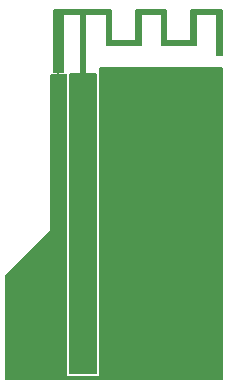
<source format=gbr>
G04 #@! TF.FileFunction,Copper,L1,Top,Signal*
%FSLAX46Y46*%
G04 Gerber Fmt 4.6, Leading zero omitted, Abs format (unit mm)*
G04 Created by KiCad (PCBNEW 4.0.5) date 02/24/17 13:59:19*
%MOMM*%
%LPD*%
G01*
G04 APERTURE LIST*
%ADD10C,0.025400*%
%ADD11R,2.290000X5.080000*%
%ADD12R,2.420000X5.080000*%
%ADD13C,0.970000*%
%ADD14R,0.460000X0.890000*%
%ADD15C,0.304800*%
%ADD16C,0.127000*%
G04 APERTURE END LIST*
D10*
D11*
X6858000Y3372700D03*
D12*
X2478000Y3372700D03*
X11238000Y3372700D03*
D13*
X2478000Y6812700D03*
X11238000Y6812700D03*
D14*
X2478000Y6362700D03*
X11238000Y6362700D03*
D15*
X4762500Y26543000D03*
D16*
X9258300Y31635700D02*
X4381500Y31635700D01*
X13931900Y31635700D02*
X11366500Y31635700D01*
X18605500Y31635700D02*
X16040100Y31635700D01*
X9258300Y31559500D02*
X4381500Y31559500D01*
X13931900Y31559500D02*
X11366500Y31559500D01*
X18605500Y31559500D02*
X16040100Y31559500D01*
X9258300Y31483300D02*
X4381500Y31483300D01*
X13931900Y31483300D02*
X11366500Y31483300D01*
X18605500Y31483300D02*
X16040100Y31483300D01*
X9258300Y31407100D02*
X4381500Y31407100D01*
X13931900Y31407100D02*
X11366500Y31407100D01*
X18605500Y31407100D02*
X16040100Y31407100D01*
X9258300Y31330900D02*
X4381500Y31330900D01*
X13931900Y31330900D02*
X11366500Y31330900D01*
X18605500Y31330900D02*
X16040100Y31330900D01*
X5207000Y31254700D02*
X4381500Y31254700D01*
X7112000Y31254700D02*
X6604000Y31254700D01*
X9258300Y31254700D02*
X8813800Y31254700D01*
X11811000Y31254700D02*
X11366500Y31254700D01*
X13931900Y31254700D02*
X13487400Y31254700D01*
X16484600Y31254700D02*
X16040100Y31254700D01*
X18605500Y31254700D02*
X18161000Y31254700D01*
X5143500Y31178500D02*
X4381500Y31178500D01*
X7048500Y31178500D02*
X6667500Y31178500D01*
X9258300Y31178500D02*
X8877300Y31178500D01*
X11747500Y31178500D02*
X11366500Y31178500D01*
X13931900Y31178500D02*
X13550900Y31178500D01*
X16421100Y31178500D02*
X16040100Y31178500D01*
X18605500Y31178500D02*
X18224500Y31178500D01*
X5143500Y31102300D02*
X4381500Y31102300D01*
X7048500Y31102300D02*
X6667500Y31102300D01*
X9258300Y31102300D02*
X8877300Y31102300D01*
X11747500Y31102300D02*
X11366500Y31102300D01*
X13931900Y31102300D02*
X13550900Y31102300D01*
X16421100Y31102300D02*
X16040100Y31102300D01*
X18605500Y31102300D02*
X18224500Y31102300D01*
X5143500Y31026100D02*
X4381500Y31026100D01*
X7048500Y31026100D02*
X6667500Y31026100D01*
X9258300Y31026100D02*
X8877300Y31026100D01*
X11747500Y31026100D02*
X11366500Y31026100D01*
X13931900Y31026100D02*
X13550900Y31026100D01*
X16421100Y31026100D02*
X16040100Y31026100D01*
X18605500Y31026100D02*
X18224500Y31026100D01*
X5143500Y30949900D02*
X4381500Y30949900D01*
X7048500Y30949900D02*
X6667500Y30949900D01*
X9258300Y30949900D02*
X8877300Y30949900D01*
X11747500Y30949900D02*
X11366500Y30949900D01*
X13931900Y30949900D02*
X13550900Y30949900D01*
X16421100Y30949900D02*
X16040100Y30949900D01*
X18605500Y30949900D02*
X18224500Y30949900D01*
X5143500Y30873700D02*
X4381500Y30873700D01*
X7048500Y30873700D02*
X6667500Y30873700D01*
X9258300Y30873700D02*
X8877300Y30873700D01*
X11747500Y30873700D02*
X11366500Y30873700D01*
X13931900Y30873700D02*
X13550900Y30873700D01*
X16421100Y30873700D02*
X16040100Y30873700D01*
X18605500Y30873700D02*
X18224500Y30873700D01*
X5143500Y30797500D02*
X4381500Y30797500D01*
X7048500Y30797500D02*
X6667500Y30797500D01*
X9258300Y30797500D02*
X8877300Y30797500D01*
X11747500Y30797500D02*
X11366500Y30797500D01*
X13931900Y30797500D02*
X13550900Y30797500D01*
X16421100Y30797500D02*
X16040100Y30797500D01*
X18605500Y30797500D02*
X18224500Y30797500D01*
X5143500Y30721300D02*
X4381500Y30721300D01*
X7048500Y30721300D02*
X6667500Y30721300D01*
X9258300Y30721300D02*
X8877300Y30721300D01*
X11747500Y30721300D02*
X11366500Y30721300D01*
X13931900Y30721300D02*
X13550900Y30721300D01*
X16421100Y30721300D02*
X16040100Y30721300D01*
X18605500Y30721300D02*
X18224500Y30721300D01*
X5143500Y30645100D02*
X4381500Y30645100D01*
X7048500Y30645100D02*
X6667500Y30645100D01*
X9258300Y30645100D02*
X8877300Y30645100D01*
X11747500Y30645100D02*
X11366500Y30645100D01*
X13931900Y30645100D02*
X13550900Y30645100D01*
X16421100Y30645100D02*
X16040100Y30645100D01*
X18605500Y30645100D02*
X18224500Y30645100D01*
X5143500Y30568900D02*
X4381500Y30568900D01*
X7048500Y30568900D02*
X6667500Y30568900D01*
X9258300Y30568900D02*
X8877300Y30568900D01*
X11747500Y30568900D02*
X11366500Y30568900D01*
X13931900Y30568900D02*
X13550900Y30568900D01*
X16421100Y30568900D02*
X16040100Y30568900D01*
X18605500Y30568900D02*
X18224500Y30568900D01*
X5143500Y30492700D02*
X4381500Y30492700D01*
X7048500Y30492700D02*
X6667500Y30492700D01*
X9258300Y30492700D02*
X8877300Y30492700D01*
X11747500Y30492700D02*
X11366500Y30492700D01*
X13931900Y30492700D02*
X13550900Y30492700D01*
X16421100Y30492700D02*
X16040100Y30492700D01*
X18605500Y30492700D02*
X18224500Y30492700D01*
X5143500Y30416500D02*
X4381500Y30416500D01*
X7048500Y30416500D02*
X6667500Y30416500D01*
X9258300Y30416500D02*
X8877300Y30416500D01*
X11747500Y30416500D02*
X11366500Y30416500D01*
X13931900Y30416500D02*
X13550900Y30416500D01*
X16421100Y30416500D02*
X16040100Y30416500D01*
X18605500Y30416500D02*
X18224500Y30416500D01*
X5143500Y30340300D02*
X4381500Y30340300D01*
X7048500Y30340300D02*
X6667500Y30340300D01*
X9258300Y30340300D02*
X8877300Y30340300D01*
X11747500Y30340300D02*
X11366500Y30340300D01*
X13931900Y30340300D02*
X13550900Y30340300D01*
X16421100Y30340300D02*
X16040100Y30340300D01*
X18605500Y30340300D02*
X18224500Y30340300D01*
X5143500Y30264100D02*
X4381500Y30264100D01*
X7048500Y30264100D02*
X6667500Y30264100D01*
X9258300Y30264100D02*
X8877300Y30264100D01*
X11747500Y30264100D02*
X11366500Y30264100D01*
X13931900Y30264100D02*
X13550900Y30264100D01*
X16421100Y30264100D02*
X16040100Y30264100D01*
X18605500Y30264100D02*
X18224500Y30264100D01*
X5143500Y30187900D02*
X4381500Y30187900D01*
X7048500Y30187900D02*
X6667500Y30187900D01*
X9258300Y30187900D02*
X8877300Y30187900D01*
X11747500Y30187900D02*
X11366500Y30187900D01*
X13931900Y30187900D02*
X13550900Y30187900D01*
X16421100Y30187900D02*
X16040100Y30187900D01*
X18605500Y30187900D02*
X18224500Y30187900D01*
X5143500Y30111700D02*
X4381500Y30111700D01*
X7048500Y30111700D02*
X6667500Y30111700D01*
X9258300Y30111700D02*
X8877300Y30111700D01*
X11747500Y30111700D02*
X11366500Y30111700D01*
X13931900Y30111700D02*
X13550900Y30111700D01*
X16421100Y30111700D02*
X16040100Y30111700D01*
X18605500Y30111700D02*
X18224500Y30111700D01*
X5143500Y30035500D02*
X4381500Y30035500D01*
X7048500Y30035500D02*
X6667500Y30035500D01*
X9258300Y30035500D02*
X8877300Y30035500D01*
X11747500Y30035500D02*
X11366500Y30035500D01*
X13931900Y30035500D02*
X13550900Y30035500D01*
X16421100Y30035500D02*
X16040100Y30035500D01*
X18605500Y30035500D02*
X18224500Y30035500D01*
X5143500Y29959300D02*
X4381500Y29959300D01*
X7048500Y29959300D02*
X6667500Y29959300D01*
X9258300Y29959300D02*
X8877300Y29959300D01*
X11747500Y29959300D02*
X11366500Y29959300D01*
X13931900Y29959300D02*
X13550900Y29959300D01*
X16421100Y29959300D02*
X16040100Y29959300D01*
X18605500Y29959300D02*
X18224500Y29959300D01*
X5143500Y29883100D02*
X4381500Y29883100D01*
X7048500Y29883100D02*
X6667500Y29883100D01*
X9258300Y29883100D02*
X8877300Y29883100D01*
X11747500Y29883100D02*
X11366500Y29883100D01*
X13931900Y29883100D02*
X13550900Y29883100D01*
X16421100Y29883100D02*
X16040100Y29883100D01*
X18605500Y29883100D02*
X18224500Y29883100D01*
X5143500Y29806900D02*
X4381500Y29806900D01*
X7048500Y29806900D02*
X6667500Y29806900D01*
X9258300Y29806900D02*
X8877300Y29806900D01*
X11747500Y29806900D02*
X11366500Y29806900D01*
X13931900Y29806900D02*
X13550900Y29806900D01*
X16421100Y29806900D02*
X16040100Y29806900D01*
X18605500Y29806900D02*
X18224500Y29806900D01*
X5143500Y29730700D02*
X4381500Y29730700D01*
X7048500Y29730700D02*
X6667500Y29730700D01*
X9258300Y29730700D02*
X8877300Y29730700D01*
X11747500Y29730700D02*
X11366500Y29730700D01*
X13931900Y29730700D02*
X13550900Y29730700D01*
X16421100Y29730700D02*
X16040100Y29730700D01*
X18605500Y29730700D02*
X18224500Y29730700D01*
X5143500Y29654500D02*
X4381500Y29654500D01*
X7048500Y29654500D02*
X6667500Y29654500D01*
X9258300Y29654500D02*
X8877300Y29654500D01*
X11747500Y29654500D02*
X11366500Y29654500D01*
X13931900Y29654500D02*
X13550900Y29654500D01*
X16421100Y29654500D02*
X16040100Y29654500D01*
X18605500Y29654500D02*
X18224500Y29654500D01*
X5143500Y29578300D02*
X4381500Y29578300D01*
X7048500Y29578300D02*
X6667500Y29578300D01*
X9258300Y29578300D02*
X8877300Y29578300D01*
X11747500Y29578300D02*
X11366500Y29578300D01*
X13931900Y29578300D02*
X13550900Y29578300D01*
X16421100Y29578300D02*
X16040100Y29578300D01*
X18605500Y29578300D02*
X18224500Y29578300D01*
X5143500Y29502100D02*
X4381500Y29502100D01*
X7048500Y29502100D02*
X6667500Y29502100D01*
X9258300Y29502100D02*
X8877300Y29502100D01*
X11747500Y29502100D02*
X11366500Y29502100D01*
X13931900Y29502100D02*
X13550900Y29502100D01*
X16421100Y29502100D02*
X16040100Y29502100D01*
X18605500Y29502100D02*
X18224500Y29502100D01*
X5143500Y29425900D02*
X4381500Y29425900D01*
X7048500Y29425900D02*
X6667500Y29425900D01*
X9258300Y29425900D02*
X8877300Y29425900D01*
X11747500Y29425900D02*
X11366500Y29425900D01*
X13931900Y29425900D02*
X13550900Y29425900D01*
X16421100Y29425900D02*
X16040100Y29425900D01*
X18605500Y29425900D02*
X18224500Y29425900D01*
X5143500Y29349700D02*
X4381500Y29349700D01*
X7048500Y29349700D02*
X6667500Y29349700D01*
X9258300Y29349700D02*
X8877300Y29349700D01*
X11747500Y29349700D02*
X11366500Y29349700D01*
X13931900Y29349700D02*
X13550900Y29349700D01*
X16421100Y29349700D02*
X16040100Y29349700D01*
X18605500Y29349700D02*
X18224500Y29349700D01*
X5143500Y29273500D02*
X4381500Y29273500D01*
X7048500Y29273500D02*
X6667500Y29273500D01*
X9258300Y29273500D02*
X8877300Y29273500D01*
X11747500Y29273500D02*
X11366500Y29273500D01*
X13931900Y29273500D02*
X13550900Y29273500D01*
X16421100Y29273500D02*
X16040100Y29273500D01*
X18605500Y29273500D02*
X18224500Y29273500D01*
X5143500Y29197300D02*
X4381500Y29197300D01*
X7048500Y29197300D02*
X6667500Y29197300D01*
X9258300Y29197300D02*
X8877300Y29197300D01*
X11747500Y29197300D02*
X11366500Y29197300D01*
X13931900Y29197300D02*
X13550900Y29197300D01*
X16421100Y29197300D02*
X16040100Y29197300D01*
X18605500Y29197300D02*
X18224500Y29197300D01*
X5143500Y29121100D02*
X4381500Y29121100D01*
X7048500Y29121100D02*
X6667500Y29121100D01*
X9258300Y29121100D02*
X8877300Y29121100D01*
X11747500Y29121100D02*
X11366500Y29121100D01*
X13931900Y29121100D02*
X13550900Y29121100D01*
X16421100Y29121100D02*
X16040100Y29121100D01*
X18605500Y29121100D02*
X18224500Y29121100D01*
X5143500Y29044900D02*
X4381500Y29044900D01*
X7048500Y29044900D02*
X6667500Y29044900D01*
X9260871Y29044900D02*
X8877300Y29044900D01*
X11747500Y29044900D02*
X11364110Y29044900D01*
X13934471Y29044900D02*
X13550900Y29044900D01*
X16421100Y29044900D02*
X16037710Y29044900D01*
X18605500Y29044900D02*
X18224500Y29044900D01*
X5143500Y28968700D02*
X4381500Y28968700D01*
X7048500Y28968700D02*
X6667500Y28968700D01*
X11747500Y28968700D02*
X8877300Y28968700D01*
X16421100Y28968700D02*
X13550900Y28968700D01*
X18605500Y28968700D02*
X18224500Y28968700D01*
X5143500Y28892500D02*
X4381500Y28892500D01*
X7048500Y28892500D02*
X6667500Y28892500D01*
X11747500Y28892500D02*
X8877300Y28892500D01*
X16421100Y28892500D02*
X13550900Y28892500D01*
X18605500Y28892500D02*
X18224500Y28892500D01*
X5143500Y28816300D02*
X4381500Y28816300D01*
X7048500Y28816300D02*
X6667500Y28816300D01*
X11747500Y28816300D02*
X8877300Y28816300D01*
X16421100Y28816300D02*
X13550900Y28816300D01*
X18605500Y28816300D02*
X18224500Y28816300D01*
X5143500Y28740100D02*
X4381500Y28740100D01*
X7048500Y28740100D02*
X6667500Y28740100D01*
X11747500Y28740100D02*
X8877300Y28740100D01*
X16421100Y28740100D02*
X13550900Y28740100D01*
X18605500Y28740100D02*
X18224500Y28740100D01*
X5143500Y28663900D02*
X4381500Y28663900D01*
X7048500Y28663900D02*
X6667500Y28663900D01*
X11747500Y28663900D02*
X8877300Y28663900D01*
X16421100Y28663900D02*
X13550900Y28663900D01*
X18605500Y28663900D02*
X18224500Y28663900D01*
X5143500Y28587700D02*
X4381500Y28587700D01*
X7048500Y28587700D02*
X6667500Y28587700D01*
X18605500Y28587700D02*
X18224500Y28587700D01*
X5143500Y28511500D02*
X4381500Y28511500D01*
X7048500Y28511500D02*
X6667500Y28511500D01*
X18605500Y28511500D02*
X18224500Y28511500D01*
X5143500Y28435300D02*
X4381500Y28435300D01*
X7048500Y28435300D02*
X6667500Y28435300D01*
X18605500Y28435300D02*
X18224500Y28435300D01*
X5143500Y28359100D02*
X4381500Y28359100D01*
X7048500Y28359100D02*
X6667500Y28359100D01*
X18605500Y28359100D02*
X18224500Y28359100D01*
X5143500Y28282900D02*
X4381500Y28282900D01*
X7048500Y28282900D02*
X6667500Y28282900D01*
X18605500Y28282900D02*
X18224500Y28282900D01*
X5143500Y28206700D02*
X4381500Y28206700D01*
X7048500Y28206700D02*
X6667500Y28206700D01*
X18605500Y28206700D02*
X18224500Y28206700D01*
X5143500Y28130500D02*
X4381500Y28130500D01*
X7048500Y28130500D02*
X6667500Y28130500D01*
X18605500Y28130500D02*
X18224500Y28130500D01*
X5143500Y28054300D02*
X4381500Y28054300D01*
X7048500Y28054300D02*
X6667500Y28054300D01*
X18605500Y28054300D02*
X18224500Y28054300D01*
X5143500Y27978100D02*
X4381500Y27978100D01*
X7048500Y27978100D02*
X6667500Y27978100D01*
X18605500Y27978100D02*
X18224500Y27978100D01*
X5143500Y27901900D02*
X4381500Y27901900D01*
X7048500Y27901900D02*
X6667500Y27901900D01*
X18605500Y27901900D02*
X18224500Y27901900D01*
X5143500Y27825700D02*
X4381500Y27825700D01*
X7048500Y27825700D02*
X6667500Y27825700D01*
X5143500Y27749500D02*
X4381500Y27749500D01*
X7048500Y27749500D02*
X6667500Y27749500D01*
X5143500Y27673300D02*
X4381500Y27673300D01*
X7048500Y27673300D02*
X6667500Y27673300D01*
X5143500Y27597100D02*
X4381500Y27597100D01*
X7048500Y27597100D02*
X6667500Y27597100D01*
X5143500Y27520900D02*
X4381500Y27520900D01*
X7048500Y27520900D02*
X6667500Y27520900D01*
X5143500Y27444700D02*
X4381500Y27444700D01*
X7048500Y27444700D02*
X6667500Y27444700D01*
X5143500Y27368500D02*
X4381500Y27368500D01*
X7048500Y27368500D02*
X6667500Y27368500D01*
X5143500Y27292300D02*
X4381500Y27292300D01*
X7048500Y27292300D02*
X6667500Y27292300D01*
X5143500Y27216100D02*
X4381500Y27216100D01*
X7048500Y27216100D02*
X6667500Y27216100D01*
X5143500Y27139900D02*
X4381500Y27139900D01*
X7048500Y27139900D02*
X6667500Y27139900D01*
X5143500Y27063700D02*
X4381500Y27063700D01*
X7048500Y27063700D02*
X6667500Y27063700D01*
X5143500Y26987500D02*
X4381500Y26987500D01*
X7048500Y26987500D02*
X6667500Y26987500D01*
X5143500Y26911300D02*
X4381500Y26911300D01*
X7048500Y26911300D02*
X6667500Y26911300D01*
X5143500Y26835100D02*
X4381500Y26835100D01*
X7048500Y26835100D02*
X6667500Y26835100D01*
X5143500Y26758900D02*
X4381500Y26758900D01*
X7048500Y26758900D02*
X6667500Y26758900D01*
X5143500Y26682700D02*
X4381500Y26682700D01*
X7048500Y26682700D02*
X6667500Y26682700D01*
X18608040Y26682700D02*
X8318500Y26682700D01*
X5143500Y26606500D02*
X4381500Y26606500D01*
X7048500Y26606500D02*
X6667500Y26606500D01*
X18608040Y26606500D02*
X8318500Y26606500D01*
X5143500Y26530300D02*
X4381500Y26530300D01*
X7048500Y26530300D02*
X6667500Y26530300D01*
X18608040Y26530300D02*
X8318500Y26530300D01*
X5143500Y26454100D02*
X4381500Y26454100D01*
X7048500Y26454100D02*
X6667500Y26454100D01*
X18608040Y26454100D02*
X8318500Y26454100D01*
X5143500Y26377900D02*
X4381500Y26377900D01*
X7048500Y26377900D02*
X6667500Y26377900D01*
X18608040Y26377900D02*
X8318500Y26377900D01*
X4777590Y26301700D02*
X4747229Y26301700D01*
X7048500Y26301700D02*
X6667500Y26301700D01*
X18608040Y26301700D02*
X8318500Y26301700D01*
X4775200Y26225500D02*
X4749800Y26225500D01*
X7937500Y26225500D02*
X5778500Y26225500D01*
X18608040Y26225500D02*
X8318500Y26225500D01*
X4777771Y26149300D02*
X4747410Y26149300D01*
X5397500Y26149300D02*
X5395110Y26149300D01*
X7937500Y26149300D02*
X5778500Y26149300D01*
X18608040Y26149300D02*
X8318500Y26149300D01*
X5397500Y26073100D02*
X4177500Y26073100D01*
X7937500Y26073100D02*
X5778500Y26073100D01*
X18608040Y26073100D02*
X8318500Y26073100D01*
X5397500Y25996900D02*
X4177500Y25996900D01*
X7937500Y25996900D02*
X5778500Y25996900D01*
X18608040Y25996900D02*
X8318500Y25996900D01*
X5397500Y25920700D02*
X4177500Y25920700D01*
X7937500Y25920700D02*
X5778500Y25920700D01*
X18608040Y25920700D02*
X8318500Y25920700D01*
X5397500Y25844500D02*
X4177500Y25844500D01*
X7937500Y25844500D02*
X5778500Y25844500D01*
X18608040Y25844500D02*
X8318500Y25844500D01*
X5397500Y25768300D02*
X4177500Y25768300D01*
X7937500Y25768300D02*
X5778500Y25768300D01*
X18608040Y25768300D02*
X8318500Y25768300D01*
X5397500Y25692100D02*
X4177500Y25692100D01*
X7937500Y25692100D02*
X5778500Y25692100D01*
X18608040Y25692100D02*
X8318500Y25692100D01*
X5397500Y25615900D02*
X4177500Y25615900D01*
X7937500Y25615900D02*
X5778500Y25615900D01*
X18608040Y25615900D02*
X8318500Y25615900D01*
X5397500Y25539700D02*
X4177500Y25539700D01*
X7937500Y25539700D02*
X5778500Y25539700D01*
X18608040Y25539700D02*
X8318500Y25539700D01*
X5397500Y25463500D02*
X4177500Y25463500D01*
X7937500Y25463500D02*
X5778500Y25463500D01*
X18608040Y25463500D02*
X8318500Y25463500D01*
X5397500Y25387300D02*
X4177500Y25387300D01*
X7937500Y25387300D02*
X5778500Y25387300D01*
X18608040Y25387300D02*
X8318500Y25387300D01*
X5397500Y25311100D02*
X4177500Y25311100D01*
X7937500Y25311100D02*
X5778500Y25311100D01*
X18608040Y25311100D02*
X8318500Y25311100D01*
X5397500Y25234900D02*
X4177500Y25234900D01*
X7937500Y25234900D02*
X5778500Y25234900D01*
X18608040Y25234900D02*
X8318500Y25234900D01*
X5397500Y25158700D02*
X4177500Y25158700D01*
X7937500Y25158700D02*
X5778500Y25158700D01*
X18608040Y25158700D02*
X8318500Y25158700D01*
X5397500Y25082500D02*
X4177500Y25082500D01*
X7937500Y25082500D02*
X5778500Y25082500D01*
X18608040Y25082500D02*
X8318500Y25082500D01*
X5397500Y25006300D02*
X4177500Y25006300D01*
X7937500Y25006300D02*
X5778500Y25006300D01*
X18608040Y25006300D02*
X8318500Y25006300D01*
X5397500Y24930100D02*
X4177500Y24930100D01*
X7937500Y24930100D02*
X5778500Y24930100D01*
X18608040Y24930100D02*
X8318500Y24930100D01*
X5397500Y24853900D02*
X4177500Y24853900D01*
X7937500Y24853900D02*
X5778500Y24853900D01*
X18608040Y24853900D02*
X8318500Y24853900D01*
X5397500Y24777700D02*
X4177500Y24777700D01*
X7937500Y24777700D02*
X5778500Y24777700D01*
X18608040Y24777700D02*
X8318500Y24777700D01*
X5397500Y24701500D02*
X4177500Y24701500D01*
X7937500Y24701500D02*
X5778500Y24701500D01*
X18608040Y24701500D02*
X8318500Y24701500D01*
X5397500Y24625300D02*
X4177500Y24625300D01*
X7937500Y24625300D02*
X5778500Y24625300D01*
X18608040Y24625300D02*
X8318500Y24625300D01*
X5397500Y24549100D02*
X4177500Y24549100D01*
X7937500Y24549100D02*
X5778500Y24549100D01*
X18608040Y24549100D02*
X8318500Y24549100D01*
X5397500Y24472900D02*
X4177500Y24472900D01*
X7937500Y24472900D02*
X5778500Y24472900D01*
X18608040Y24472900D02*
X8318500Y24472900D01*
X5397500Y24396700D02*
X4177500Y24396700D01*
X7937500Y24396700D02*
X5778500Y24396700D01*
X18608040Y24396700D02*
X8318500Y24396700D01*
X5397500Y24320500D02*
X4177500Y24320500D01*
X7937500Y24320500D02*
X5778500Y24320500D01*
X18608040Y24320500D02*
X8318500Y24320500D01*
X5397500Y24244300D02*
X4177500Y24244300D01*
X7937500Y24244300D02*
X5778500Y24244300D01*
X18608040Y24244300D02*
X8318500Y24244300D01*
X5397500Y24168100D02*
X4177500Y24168100D01*
X7937500Y24168100D02*
X5778500Y24168100D01*
X18608040Y24168100D02*
X8318500Y24168100D01*
X5397500Y24091900D02*
X4177500Y24091900D01*
X7937500Y24091900D02*
X5778500Y24091900D01*
X18608040Y24091900D02*
X8318500Y24091900D01*
X5397500Y24015700D02*
X4177500Y24015700D01*
X7937500Y24015700D02*
X5778500Y24015700D01*
X18608040Y24015700D02*
X8318500Y24015700D01*
X5397500Y23939500D02*
X4177500Y23939500D01*
X7937500Y23939500D02*
X5778500Y23939500D01*
X18608040Y23939500D02*
X8318500Y23939500D01*
X5397500Y23863300D02*
X4177500Y23863300D01*
X7937500Y23863300D02*
X5778500Y23863300D01*
X18608040Y23863300D02*
X8318500Y23863300D01*
X5397500Y23787100D02*
X4177500Y23787100D01*
X7937500Y23787100D02*
X5778500Y23787100D01*
X18608040Y23787100D02*
X8318500Y23787100D01*
X5397500Y23710900D02*
X4177500Y23710900D01*
X7937500Y23710900D02*
X5778500Y23710900D01*
X18608040Y23710900D02*
X8318500Y23710900D01*
X5397500Y23634700D02*
X4177500Y23634700D01*
X7937500Y23634700D02*
X5778500Y23634700D01*
X18608040Y23634700D02*
X8318500Y23634700D01*
X5397500Y23558500D02*
X4177500Y23558500D01*
X7937500Y23558500D02*
X5778500Y23558500D01*
X18608040Y23558500D02*
X8318500Y23558500D01*
X5397500Y23482300D02*
X4177500Y23482300D01*
X7937500Y23482300D02*
X5778500Y23482300D01*
X18608040Y23482300D02*
X8318500Y23482300D01*
X5397500Y23406100D02*
X4177500Y23406100D01*
X7937500Y23406100D02*
X5778500Y23406100D01*
X18608040Y23406100D02*
X8318500Y23406100D01*
X5397500Y23329900D02*
X4177500Y23329900D01*
X7937500Y23329900D02*
X5778500Y23329900D01*
X18608040Y23329900D02*
X8318500Y23329900D01*
X5397500Y23253700D02*
X4177500Y23253700D01*
X7937500Y23253700D02*
X5778500Y23253700D01*
X18608040Y23253700D02*
X8318500Y23253700D01*
X5397500Y23177500D02*
X4177500Y23177500D01*
X7937500Y23177500D02*
X5778500Y23177500D01*
X18608040Y23177500D02*
X8318500Y23177500D01*
X5397500Y23101300D02*
X4177500Y23101300D01*
X7937500Y23101300D02*
X5778500Y23101300D01*
X18608040Y23101300D02*
X8318500Y23101300D01*
X5397500Y23025100D02*
X4177500Y23025100D01*
X7937500Y23025100D02*
X5778500Y23025100D01*
X18608040Y23025100D02*
X8318500Y23025100D01*
X5397500Y22948900D02*
X4177500Y22948900D01*
X7937500Y22948900D02*
X5778500Y22948900D01*
X18608040Y22948900D02*
X8318500Y22948900D01*
X5397500Y22872700D02*
X4177500Y22872700D01*
X7937500Y22872700D02*
X5778500Y22872700D01*
X18608040Y22872700D02*
X8318500Y22872700D01*
X5397500Y22796500D02*
X4177500Y22796500D01*
X7937500Y22796500D02*
X5778500Y22796500D01*
X18608040Y22796500D02*
X8318500Y22796500D01*
X5397500Y22720300D02*
X4177500Y22720300D01*
X7937500Y22720300D02*
X5778500Y22720300D01*
X18608040Y22720300D02*
X8318500Y22720300D01*
X5397500Y22644100D02*
X4177500Y22644100D01*
X7937500Y22644100D02*
X5778500Y22644100D01*
X18608040Y22644100D02*
X8318500Y22644100D01*
X5397500Y22567900D02*
X4177500Y22567900D01*
X7937500Y22567900D02*
X5778500Y22567900D01*
X18608040Y22567900D02*
X8318500Y22567900D01*
X5397500Y22491700D02*
X4177500Y22491700D01*
X7937500Y22491700D02*
X5778500Y22491700D01*
X18608040Y22491700D02*
X8318500Y22491700D01*
X5397500Y22415500D02*
X4177500Y22415500D01*
X7937500Y22415500D02*
X5778500Y22415500D01*
X18608040Y22415500D02*
X8318500Y22415500D01*
X5397500Y22339300D02*
X4177500Y22339300D01*
X7937500Y22339300D02*
X5778500Y22339300D01*
X18608040Y22339300D02*
X8318500Y22339300D01*
X5397500Y22263100D02*
X4177500Y22263100D01*
X7937500Y22263100D02*
X5778500Y22263100D01*
X18608040Y22263100D02*
X8318500Y22263100D01*
X5397500Y22186900D02*
X4177500Y22186900D01*
X7937500Y22186900D02*
X5778500Y22186900D01*
X18608040Y22186900D02*
X8318500Y22186900D01*
X5397500Y22110700D02*
X4177500Y22110700D01*
X7937500Y22110700D02*
X5778500Y22110700D01*
X18608040Y22110700D02*
X8318500Y22110700D01*
X5397500Y22034500D02*
X4177500Y22034500D01*
X7937500Y22034500D02*
X5778500Y22034500D01*
X18608040Y22034500D02*
X8318500Y22034500D01*
X5397500Y21958300D02*
X4177500Y21958300D01*
X7937500Y21958300D02*
X5778500Y21958300D01*
X18608040Y21958300D02*
X8318500Y21958300D01*
X5397500Y21882100D02*
X4177500Y21882100D01*
X7937500Y21882100D02*
X5778500Y21882100D01*
X18608040Y21882100D02*
X8318500Y21882100D01*
X5397500Y21805900D02*
X4177500Y21805900D01*
X7937500Y21805900D02*
X5778500Y21805900D01*
X18608040Y21805900D02*
X8318500Y21805900D01*
X5397500Y21729700D02*
X4177500Y21729700D01*
X7937500Y21729700D02*
X5778500Y21729700D01*
X18608040Y21729700D02*
X8318500Y21729700D01*
X5397500Y21653500D02*
X4177500Y21653500D01*
X7937500Y21653500D02*
X5778500Y21653500D01*
X18608040Y21653500D02*
X8318500Y21653500D01*
X5397500Y21577300D02*
X4177500Y21577300D01*
X7937500Y21577300D02*
X5778500Y21577300D01*
X18608040Y21577300D02*
X8318500Y21577300D01*
X5397500Y21501100D02*
X4177500Y21501100D01*
X7937500Y21501100D02*
X5778500Y21501100D01*
X18608040Y21501100D02*
X8318500Y21501100D01*
X5397500Y21424900D02*
X4177500Y21424900D01*
X7937500Y21424900D02*
X5778500Y21424900D01*
X18608040Y21424900D02*
X8318500Y21424900D01*
X5397500Y21348700D02*
X4177500Y21348700D01*
X7937500Y21348700D02*
X5778500Y21348700D01*
X18608040Y21348700D02*
X8318500Y21348700D01*
X5397500Y21272500D02*
X4177500Y21272500D01*
X7937500Y21272500D02*
X5778500Y21272500D01*
X18608040Y21272500D02*
X8318500Y21272500D01*
X5397500Y21196300D02*
X4177500Y21196300D01*
X7937500Y21196300D02*
X5778500Y21196300D01*
X18608040Y21196300D02*
X8318500Y21196300D01*
X5397500Y21120100D02*
X4177500Y21120100D01*
X7937500Y21120100D02*
X5778500Y21120100D01*
X18608040Y21120100D02*
X8318500Y21120100D01*
X5397500Y21043900D02*
X4177500Y21043900D01*
X7937500Y21043900D02*
X5778500Y21043900D01*
X18608040Y21043900D02*
X8318500Y21043900D01*
X5397500Y20967700D02*
X4177500Y20967700D01*
X7937500Y20967700D02*
X5778500Y20967700D01*
X18608040Y20967700D02*
X8318500Y20967700D01*
X5397500Y20891500D02*
X4177500Y20891500D01*
X7937500Y20891500D02*
X5778500Y20891500D01*
X18608040Y20891500D02*
X8318500Y20891500D01*
X5397500Y20815300D02*
X4177500Y20815300D01*
X7937500Y20815300D02*
X5778500Y20815300D01*
X18608040Y20815300D02*
X8318500Y20815300D01*
X5397500Y20739100D02*
X4177500Y20739100D01*
X7937500Y20739100D02*
X5778500Y20739100D01*
X18608040Y20739100D02*
X8318500Y20739100D01*
X5397500Y20662900D02*
X4177500Y20662900D01*
X7937500Y20662900D02*
X5778500Y20662900D01*
X18608040Y20662900D02*
X8318500Y20662900D01*
X5397500Y20586700D02*
X4177500Y20586700D01*
X7937500Y20586700D02*
X5778500Y20586700D01*
X18608040Y20586700D02*
X8318500Y20586700D01*
X5397500Y20510500D02*
X4177500Y20510500D01*
X7937500Y20510500D02*
X5778500Y20510500D01*
X18608040Y20510500D02*
X8318500Y20510500D01*
X5397500Y20434300D02*
X4177500Y20434300D01*
X7937500Y20434300D02*
X5778500Y20434300D01*
X18608040Y20434300D02*
X8318500Y20434300D01*
X5397500Y20358100D02*
X4177500Y20358100D01*
X7937500Y20358100D02*
X5778500Y20358100D01*
X18608040Y20358100D02*
X8318500Y20358100D01*
X5397500Y20281900D02*
X4177500Y20281900D01*
X7937500Y20281900D02*
X5778500Y20281900D01*
X18608040Y20281900D02*
X8318500Y20281900D01*
X5397500Y20205700D02*
X4177500Y20205700D01*
X7937500Y20205700D02*
X5778500Y20205700D01*
X18608040Y20205700D02*
X8318500Y20205700D01*
X5397500Y20129500D02*
X4177500Y20129500D01*
X7937500Y20129500D02*
X5778500Y20129500D01*
X18608040Y20129500D02*
X8318500Y20129500D01*
X5397500Y20053300D02*
X4177500Y20053300D01*
X7937500Y20053300D02*
X5778500Y20053300D01*
X18608040Y20053300D02*
X8318500Y20053300D01*
X5397500Y19977100D02*
X4177500Y19977100D01*
X7937500Y19977100D02*
X5778500Y19977100D01*
X18608040Y19977100D02*
X8318500Y19977100D01*
X5397500Y19900900D02*
X4177500Y19900900D01*
X7937500Y19900900D02*
X5778500Y19900900D01*
X18608040Y19900900D02*
X8318500Y19900900D01*
X5397500Y19824700D02*
X4177500Y19824700D01*
X7937500Y19824700D02*
X5778500Y19824700D01*
X18608040Y19824700D02*
X8318500Y19824700D01*
X5397500Y19748500D02*
X4177500Y19748500D01*
X7937500Y19748500D02*
X5778500Y19748500D01*
X18608040Y19748500D02*
X8318500Y19748500D01*
X5397500Y19672300D02*
X4177500Y19672300D01*
X7937500Y19672300D02*
X5778500Y19672300D01*
X18608040Y19672300D02*
X8318500Y19672300D01*
X5397500Y19596100D02*
X4177500Y19596100D01*
X7937500Y19596100D02*
X5778500Y19596100D01*
X18608040Y19596100D02*
X8318500Y19596100D01*
X5397500Y19519900D02*
X4177500Y19519900D01*
X7937500Y19519900D02*
X5778500Y19519900D01*
X18608040Y19519900D02*
X8318500Y19519900D01*
X5397500Y19443700D02*
X4177500Y19443700D01*
X7937500Y19443700D02*
X5778500Y19443700D01*
X18608040Y19443700D02*
X8318500Y19443700D01*
X5397500Y19367500D02*
X4177500Y19367500D01*
X7937500Y19367500D02*
X5778500Y19367500D01*
X18608040Y19367500D02*
X8318500Y19367500D01*
X5397500Y19291300D02*
X4177500Y19291300D01*
X7937500Y19291300D02*
X5778500Y19291300D01*
X18608040Y19291300D02*
X8318500Y19291300D01*
X5397500Y19215100D02*
X4177500Y19215100D01*
X7937500Y19215100D02*
X5778500Y19215100D01*
X18608040Y19215100D02*
X8318500Y19215100D01*
X5397500Y19138900D02*
X4177500Y19138900D01*
X7937500Y19138900D02*
X5778500Y19138900D01*
X18608040Y19138900D02*
X8318500Y19138900D01*
X5397500Y19062700D02*
X4177500Y19062700D01*
X7937500Y19062700D02*
X5778500Y19062700D01*
X18608040Y19062700D02*
X8318500Y19062700D01*
X5397500Y18986500D02*
X4177500Y18986500D01*
X7937500Y18986500D02*
X5778500Y18986500D01*
X18608040Y18986500D02*
X8318500Y18986500D01*
X5397500Y18910300D02*
X4177500Y18910300D01*
X7937500Y18910300D02*
X5778500Y18910300D01*
X18608040Y18910300D02*
X8318500Y18910300D01*
X5397500Y18834100D02*
X4177500Y18834100D01*
X7937500Y18834100D02*
X5778500Y18834100D01*
X18608040Y18834100D02*
X8318500Y18834100D01*
X5397500Y18757900D02*
X4177500Y18757900D01*
X7937500Y18757900D02*
X5778500Y18757900D01*
X18608040Y18757900D02*
X8318500Y18757900D01*
X5397500Y18681700D02*
X4177500Y18681700D01*
X7937500Y18681700D02*
X5778500Y18681700D01*
X18608040Y18681700D02*
X8318500Y18681700D01*
X5397500Y18605500D02*
X4177500Y18605500D01*
X7937500Y18605500D02*
X5778500Y18605500D01*
X18608040Y18605500D02*
X8318500Y18605500D01*
X5397500Y18529300D02*
X4177500Y18529300D01*
X7937500Y18529300D02*
X5778500Y18529300D01*
X18608040Y18529300D02*
X8318500Y18529300D01*
X5397500Y18453100D02*
X4177500Y18453100D01*
X7937500Y18453100D02*
X5778500Y18453100D01*
X18608040Y18453100D02*
X8318500Y18453100D01*
X5397500Y18376900D02*
X4177500Y18376900D01*
X7937500Y18376900D02*
X5778500Y18376900D01*
X18608040Y18376900D02*
X8318500Y18376900D01*
X5397500Y18300700D02*
X4177500Y18300700D01*
X7937500Y18300700D02*
X5778500Y18300700D01*
X18608040Y18300700D02*
X8318500Y18300700D01*
X5397500Y18224500D02*
X4177500Y18224500D01*
X7937500Y18224500D02*
X5778500Y18224500D01*
X18608040Y18224500D02*
X8318500Y18224500D01*
X5397500Y18148300D02*
X4177500Y18148300D01*
X7937500Y18148300D02*
X5778500Y18148300D01*
X18608040Y18148300D02*
X8318500Y18148300D01*
X5397500Y18072100D02*
X4177500Y18072100D01*
X7937500Y18072100D02*
X5778500Y18072100D01*
X18608040Y18072100D02*
X8318500Y18072100D01*
X5397500Y17995900D02*
X4177500Y17995900D01*
X7937500Y17995900D02*
X5778500Y17995900D01*
X18608040Y17995900D02*
X8318500Y17995900D01*
X5397500Y17919700D02*
X4177500Y17919700D01*
X7937500Y17919700D02*
X5778500Y17919700D01*
X18608040Y17919700D02*
X8318500Y17919700D01*
X5397500Y17843500D02*
X4177500Y17843500D01*
X7937500Y17843500D02*
X5778500Y17843500D01*
X18608040Y17843500D02*
X8318500Y17843500D01*
X5397500Y17767300D02*
X4177500Y17767300D01*
X7937500Y17767300D02*
X5778500Y17767300D01*
X18608040Y17767300D02*
X8318500Y17767300D01*
X5397500Y17691100D02*
X4177500Y17691100D01*
X7937500Y17691100D02*
X5778500Y17691100D01*
X18608040Y17691100D02*
X8318500Y17691100D01*
X5397500Y17614900D02*
X4177500Y17614900D01*
X7937500Y17614900D02*
X5778500Y17614900D01*
X18608040Y17614900D02*
X8318500Y17614900D01*
X5397500Y17538700D02*
X4177500Y17538700D01*
X7937500Y17538700D02*
X5778500Y17538700D01*
X18608040Y17538700D02*
X8318500Y17538700D01*
X5397500Y17462500D02*
X4177500Y17462500D01*
X7937500Y17462500D02*
X5778500Y17462500D01*
X18608040Y17462500D02*
X8318500Y17462500D01*
X5397500Y17386300D02*
X4177500Y17386300D01*
X7937500Y17386300D02*
X5778500Y17386300D01*
X18608040Y17386300D02*
X8318500Y17386300D01*
X5397500Y17310100D02*
X4177500Y17310100D01*
X7937500Y17310100D02*
X5778500Y17310100D01*
X18608040Y17310100D02*
X8318500Y17310100D01*
X5397500Y17233900D02*
X4177500Y17233900D01*
X7937500Y17233900D02*
X5778500Y17233900D01*
X18608040Y17233900D02*
X8318500Y17233900D01*
X5397500Y17157700D02*
X4177500Y17157700D01*
X7937500Y17157700D02*
X5778500Y17157700D01*
X18608040Y17157700D02*
X8318500Y17157700D01*
X5397500Y17081500D02*
X4177500Y17081500D01*
X7937500Y17081500D02*
X5778500Y17081500D01*
X18608040Y17081500D02*
X8318500Y17081500D01*
X5397500Y17005300D02*
X4177500Y17005300D01*
X7937500Y17005300D02*
X5778500Y17005300D01*
X18608040Y17005300D02*
X8318500Y17005300D01*
X5397500Y16929100D02*
X4177500Y16929100D01*
X7937500Y16929100D02*
X5778500Y16929100D01*
X18608040Y16929100D02*
X8318500Y16929100D01*
X5397500Y16852900D02*
X4177500Y16852900D01*
X7937500Y16852900D02*
X5778500Y16852900D01*
X18608040Y16852900D02*
X8318500Y16852900D01*
X5397500Y16776700D02*
X4177500Y16776700D01*
X7937500Y16776700D02*
X5778500Y16776700D01*
X18608040Y16776700D02*
X8318500Y16776700D01*
X5397500Y16700500D02*
X4177500Y16700500D01*
X7937500Y16700500D02*
X5778500Y16700500D01*
X18608040Y16700500D02*
X8318500Y16700500D01*
X5397500Y16624300D02*
X4177500Y16624300D01*
X7937500Y16624300D02*
X5778500Y16624300D01*
X18608040Y16624300D02*
X8318500Y16624300D01*
X5397500Y16548100D02*
X4177500Y16548100D01*
X7937500Y16548100D02*
X5778500Y16548100D01*
X18608040Y16548100D02*
X8318500Y16548100D01*
X5397500Y16471900D02*
X4177500Y16471900D01*
X7937500Y16471900D02*
X5778500Y16471900D01*
X18608040Y16471900D02*
X8318500Y16471900D01*
X5397500Y16395700D02*
X4177500Y16395700D01*
X7937500Y16395700D02*
X5778500Y16395700D01*
X18608040Y16395700D02*
X8318500Y16395700D01*
X5397500Y16319500D02*
X4177500Y16319500D01*
X7937500Y16319500D02*
X5778500Y16319500D01*
X18608040Y16319500D02*
X8318500Y16319500D01*
X5397500Y16243300D02*
X4177500Y16243300D01*
X7937500Y16243300D02*
X5778500Y16243300D01*
X18608040Y16243300D02*
X8318500Y16243300D01*
X5397500Y16167100D02*
X4177500Y16167100D01*
X7937500Y16167100D02*
X5778500Y16167100D01*
X18608040Y16167100D02*
X8318500Y16167100D01*
X5397500Y16090900D02*
X4177500Y16090900D01*
X7937500Y16090900D02*
X5778500Y16090900D01*
X18608040Y16090900D02*
X8318500Y16090900D01*
X5397500Y16014700D02*
X4177500Y16014700D01*
X7937500Y16014700D02*
X5778500Y16014700D01*
X18608040Y16014700D02*
X8318500Y16014700D01*
X5397500Y15938500D02*
X4177500Y15938500D01*
X7937500Y15938500D02*
X5778500Y15938500D01*
X18608040Y15938500D02*
X8318500Y15938500D01*
X5397500Y15862300D02*
X4177500Y15862300D01*
X7937500Y15862300D02*
X5778500Y15862300D01*
X18608040Y15862300D02*
X8318500Y15862300D01*
X5397500Y15786100D02*
X4177500Y15786100D01*
X7937500Y15786100D02*
X5778500Y15786100D01*
X18608040Y15786100D02*
X8318500Y15786100D01*
X5397500Y15709900D02*
X4177500Y15709900D01*
X7937500Y15709900D02*
X5778500Y15709900D01*
X18608040Y15709900D02*
X8318500Y15709900D01*
X5397500Y15633700D02*
X4177500Y15633700D01*
X7937500Y15633700D02*
X5778500Y15633700D01*
X18608040Y15633700D02*
X8318500Y15633700D01*
X5397500Y15557500D02*
X4177500Y15557500D01*
X7937500Y15557500D02*
X5778500Y15557500D01*
X18608040Y15557500D02*
X8318500Y15557500D01*
X5397500Y15481300D02*
X4177500Y15481300D01*
X7937500Y15481300D02*
X5778500Y15481300D01*
X18608040Y15481300D02*
X8318500Y15481300D01*
X5397500Y15405100D02*
X4177500Y15405100D01*
X7937500Y15405100D02*
X5778500Y15405100D01*
X18608040Y15405100D02*
X8318500Y15405100D01*
X5397500Y15328900D02*
X4177500Y15328900D01*
X7937500Y15328900D02*
X5778500Y15328900D01*
X18608040Y15328900D02*
X8318500Y15328900D01*
X5397500Y15252700D02*
X4177500Y15252700D01*
X7937500Y15252700D02*
X5778500Y15252700D01*
X18608040Y15252700D02*
X8318500Y15252700D01*
X5397500Y15176500D02*
X4177500Y15176500D01*
X7937500Y15176500D02*
X5778500Y15176500D01*
X18608040Y15176500D02*
X8318500Y15176500D01*
X5397500Y15100300D02*
X4177500Y15100300D01*
X7937500Y15100300D02*
X5778500Y15100300D01*
X18608040Y15100300D02*
X8318500Y15100300D01*
X5397500Y15024100D02*
X4177500Y15024100D01*
X7937500Y15024100D02*
X5778500Y15024100D01*
X18608040Y15024100D02*
X8318500Y15024100D01*
X5397500Y14947900D02*
X4177500Y14947900D01*
X7937500Y14947900D02*
X5778500Y14947900D01*
X18608040Y14947900D02*
X8318500Y14947900D01*
X5397500Y14871700D02*
X4177500Y14871700D01*
X7937500Y14871700D02*
X5778500Y14871700D01*
X18608040Y14871700D02*
X8318500Y14871700D01*
X5397500Y14795500D02*
X4177500Y14795500D01*
X7937500Y14795500D02*
X5778500Y14795500D01*
X18608040Y14795500D02*
X8318500Y14795500D01*
X5397500Y14719300D02*
X4177500Y14719300D01*
X7937500Y14719300D02*
X5778500Y14719300D01*
X18608040Y14719300D02*
X8318500Y14719300D01*
X5397500Y14643100D02*
X4177500Y14643100D01*
X7937500Y14643100D02*
X5778500Y14643100D01*
X18608040Y14643100D02*
X8318500Y14643100D01*
X5397500Y14566900D02*
X4177500Y14566900D01*
X7937500Y14566900D02*
X5778500Y14566900D01*
X18608040Y14566900D02*
X8318500Y14566900D01*
X5397500Y14490700D02*
X4177500Y14490700D01*
X7937500Y14490700D02*
X5778500Y14490700D01*
X18608040Y14490700D02*
X8318500Y14490700D01*
X5397500Y14414500D02*
X4177500Y14414500D01*
X7937500Y14414500D02*
X5778500Y14414500D01*
X18608040Y14414500D02*
X8318500Y14414500D01*
X5397500Y14338300D02*
X4177500Y14338300D01*
X7937500Y14338300D02*
X5778500Y14338300D01*
X18608040Y14338300D02*
X8318500Y14338300D01*
X5397500Y14262100D02*
X4177500Y14262100D01*
X7937500Y14262100D02*
X5778500Y14262100D01*
X18608040Y14262100D02*
X8318500Y14262100D01*
X5397500Y14185900D02*
X4177500Y14185900D01*
X7937500Y14185900D02*
X5778500Y14185900D01*
X18608040Y14185900D02*
X8318500Y14185900D01*
X5397500Y14109700D02*
X4177500Y14109700D01*
X7937500Y14109700D02*
X5778500Y14109700D01*
X18608040Y14109700D02*
X8318500Y14109700D01*
X5397500Y14033500D02*
X4177500Y14033500D01*
X7937500Y14033500D02*
X5778500Y14033500D01*
X18608040Y14033500D02*
X8318500Y14033500D01*
X5397500Y13957300D02*
X4177500Y13957300D01*
X7937500Y13957300D02*
X5778500Y13957300D01*
X18608040Y13957300D02*
X8318500Y13957300D01*
X5397500Y13881100D02*
X4177500Y13881100D01*
X7937500Y13881100D02*
X5778500Y13881100D01*
X18608040Y13881100D02*
X8318500Y13881100D01*
X5397500Y13804900D02*
X4177500Y13804900D01*
X7937500Y13804900D02*
X5778500Y13804900D01*
X18608040Y13804900D02*
X8318500Y13804900D01*
X5397500Y13728700D02*
X4177500Y13728700D01*
X7937500Y13728700D02*
X5778500Y13728700D01*
X18608040Y13728700D02*
X8318500Y13728700D01*
X5397500Y13652500D02*
X4177500Y13652500D01*
X7937500Y13652500D02*
X5778500Y13652500D01*
X18608040Y13652500D02*
X8318500Y13652500D01*
X5397500Y13576300D02*
X4177500Y13576300D01*
X7937500Y13576300D02*
X5778500Y13576300D01*
X18608040Y13576300D02*
X8318500Y13576300D01*
X5397500Y13500100D02*
X4177500Y13500100D01*
X7937500Y13500100D02*
X5778500Y13500100D01*
X18608040Y13500100D02*
X8318500Y13500100D01*
X5397500Y13423900D02*
X4177500Y13423900D01*
X7937500Y13423900D02*
X5778500Y13423900D01*
X18608040Y13423900D02*
X8318500Y13423900D01*
X5397500Y13347700D02*
X4177500Y13347700D01*
X7937500Y13347700D02*
X5778500Y13347700D01*
X18608040Y13347700D02*
X8318500Y13347700D01*
X5397500Y13271500D02*
X4177500Y13271500D01*
X7937500Y13271500D02*
X5778500Y13271500D01*
X18608040Y13271500D02*
X8318500Y13271500D01*
X5397500Y13195300D02*
X4177500Y13195300D01*
X7937500Y13195300D02*
X5778500Y13195300D01*
X18608040Y13195300D02*
X8318500Y13195300D01*
X5397500Y13119100D02*
X4177500Y13119100D01*
X7937500Y13119100D02*
X5778500Y13119100D01*
X18608040Y13119100D02*
X8318500Y13119100D01*
X5397500Y13042900D02*
X4169922Y13042900D01*
X7937500Y13042900D02*
X5778500Y13042900D01*
X18608040Y13042900D02*
X8318500Y13042900D01*
X5397500Y12966700D02*
X4154764Y12966700D01*
X7937500Y12966700D02*
X5778500Y12966700D01*
X18608040Y12966700D02*
X8318500Y12966700D01*
X5397500Y12890500D02*
X4116208Y12890500D01*
X7937500Y12890500D02*
X5778500Y12890500D01*
X18608040Y12890500D02*
X8318500Y12890500D01*
X5397500Y12814300D02*
X4063024Y12814300D01*
X7937500Y12814300D02*
X5778500Y12814300D01*
X18608040Y12814300D02*
X8318500Y12814300D01*
X5397500Y12738100D02*
X3986824Y12738100D01*
X7937500Y12738100D02*
X5778500Y12738100D01*
X18608040Y12738100D02*
X8318500Y12738100D01*
X5397500Y12661900D02*
X3910624Y12661900D01*
X7937500Y12661900D02*
X5778500Y12661900D01*
X18608040Y12661900D02*
X8318500Y12661900D01*
X5397500Y12585700D02*
X3834424Y12585700D01*
X7937500Y12585700D02*
X5778500Y12585700D01*
X18608040Y12585700D02*
X8318500Y12585700D01*
X5397500Y12509500D02*
X3758224Y12509500D01*
X7937500Y12509500D02*
X5778500Y12509500D01*
X18608040Y12509500D02*
X8318500Y12509500D01*
X5397500Y12433300D02*
X3682024Y12433300D01*
X7937500Y12433300D02*
X5778500Y12433300D01*
X18608040Y12433300D02*
X8318500Y12433300D01*
X5397500Y12357100D02*
X3605824Y12357100D01*
X7937500Y12357100D02*
X5778500Y12357100D01*
X18608040Y12357100D02*
X8318500Y12357100D01*
X5397500Y12280900D02*
X3529624Y12280900D01*
X7937500Y12280900D02*
X5778500Y12280900D01*
X18608040Y12280900D02*
X8318500Y12280900D01*
X5397500Y12204700D02*
X3453424Y12204700D01*
X7937500Y12204700D02*
X5778500Y12204700D01*
X18608040Y12204700D02*
X8318500Y12204700D01*
X5397500Y12128500D02*
X3377224Y12128500D01*
X7937500Y12128500D02*
X5778500Y12128500D01*
X18608040Y12128500D02*
X8318500Y12128500D01*
X5397500Y12052300D02*
X3301024Y12052300D01*
X7937500Y12052300D02*
X5778500Y12052300D01*
X18608040Y12052300D02*
X8318500Y12052300D01*
X5397500Y11976100D02*
X3224824Y11976100D01*
X7937500Y11976100D02*
X5778500Y11976100D01*
X18608040Y11976100D02*
X8318500Y11976100D01*
X5397500Y11899900D02*
X3148624Y11899900D01*
X7937500Y11899900D02*
X5778500Y11899900D01*
X18608040Y11899900D02*
X8318500Y11899900D01*
X5397500Y11823700D02*
X3072424Y11823700D01*
X7937500Y11823700D02*
X5778500Y11823700D01*
X18608040Y11823700D02*
X8318500Y11823700D01*
X5397500Y11747500D02*
X2996224Y11747500D01*
X7937500Y11747500D02*
X5778500Y11747500D01*
X18608040Y11747500D02*
X8318500Y11747500D01*
X5397500Y11671300D02*
X2920024Y11671300D01*
X7937500Y11671300D02*
X5778500Y11671300D01*
X18608040Y11671300D02*
X8318500Y11671300D01*
X5397500Y11595100D02*
X2843824Y11595100D01*
X7937500Y11595100D02*
X5778500Y11595100D01*
X18608040Y11595100D02*
X8318500Y11595100D01*
X5397500Y11518900D02*
X2767624Y11518900D01*
X7937500Y11518900D02*
X5778500Y11518900D01*
X18608040Y11518900D02*
X8318500Y11518900D01*
X5397500Y11442700D02*
X2691424Y11442700D01*
X7937500Y11442700D02*
X5778500Y11442700D01*
X18608040Y11442700D02*
X8318500Y11442700D01*
X5397500Y11366500D02*
X2615224Y11366500D01*
X7937500Y11366500D02*
X5778500Y11366500D01*
X18608040Y11366500D02*
X8318500Y11366500D01*
X5397500Y11290300D02*
X2539024Y11290300D01*
X7937500Y11290300D02*
X5778500Y11290300D01*
X18608040Y11290300D02*
X8318500Y11290300D01*
X5397500Y11214100D02*
X2462824Y11214100D01*
X7937500Y11214100D02*
X5778500Y11214100D01*
X18608040Y11214100D02*
X8318500Y11214100D01*
X5397500Y11137900D02*
X2386624Y11137900D01*
X7937500Y11137900D02*
X5778500Y11137900D01*
X18608040Y11137900D02*
X8318500Y11137900D01*
X5397500Y11061700D02*
X2310424Y11061700D01*
X7937500Y11061700D02*
X5778500Y11061700D01*
X18608040Y11061700D02*
X8318500Y11061700D01*
X5397500Y10985500D02*
X2234224Y10985500D01*
X7937500Y10985500D02*
X5778500Y10985500D01*
X18608040Y10985500D02*
X8318500Y10985500D01*
X5397500Y10909300D02*
X2158024Y10909300D01*
X7937500Y10909300D02*
X5778500Y10909300D01*
X18608040Y10909300D02*
X8318500Y10909300D01*
X5397500Y10833100D02*
X2081824Y10833100D01*
X7937500Y10833100D02*
X5778500Y10833100D01*
X18608040Y10833100D02*
X8318500Y10833100D01*
X5397500Y10756900D02*
X2005624Y10756900D01*
X7937500Y10756900D02*
X5778500Y10756900D01*
X18608040Y10756900D02*
X8318500Y10756900D01*
X5397500Y10680700D02*
X1929424Y10680700D01*
X7937500Y10680700D02*
X5778500Y10680700D01*
X18608040Y10680700D02*
X8318500Y10680700D01*
X5397500Y10604500D02*
X1853224Y10604500D01*
X7937500Y10604500D02*
X5778500Y10604500D01*
X18608040Y10604500D02*
X8318500Y10604500D01*
X5397500Y10528300D02*
X1777024Y10528300D01*
X7937500Y10528300D02*
X5778500Y10528300D01*
X18608040Y10528300D02*
X8318500Y10528300D01*
X5397500Y10452100D02*
X1700824Y10452100D01*
X7937500Y10452100D02*
X5778500Y10452100D01*
X18608040Y10452100D02*
X8318500Y10452100D01*
X5397500Y10375900D02*
X1624624Y10375900D01*
X7937500Y10375900D02*
X5778500Y10375900D01*
X18608040Y10375900D02*
X8318500Y10375900D01*
X5397500Y10299700D02*
X1548424Y10299700D01*
X7937500Y10299700D02*
X5778500Y10299700D01*
X18608040Y10299700D02*
X8318500Y10299700D01*
X5397500Y10223500D02*
X1472224Y10223500D01*
X7937500Y10223500D02*
X5778500Y10223500D01*
X18608040Y10223500D02*
X8318500Y10223500D01*
X5397500Y10147300D02*
X1396024Y10147300D01*
X7937500Y10147300D02*
X5778500Y10147300D01*
X18608040Y10147300D02*
X8318500Y10147300D01*
X5397500Y10071100D02*
X1319824Y10071100D01*
X7937500Y10071100D02*
X5778500Y10071100D01*
X18608040Y10071100D02*
X8318500Y10071100D01*
X5397500Y9994900D02*
X1243624Y9994900D01*
X7937500Y9994900D02*
X5778500Y9994900D01*
X18608040Y9994900D02*
X8318500Y9994900D01*
X5397500Y9918700D02*
X1167424Y9918700D01*
X7937500Y9918700D02*
X5778500Y9918700D01*
X18608040Y9918700D02*
X8318500Y9918700D01*
X5397500Y9842500D02*
X1091224Y9842500D01*
X7937500Y9842500D02*
X5778500Y9842500D01*
X18608040Y9842500D02*
X8318500Y9842500D01*
X5397500Y9766300D02*
X1015024Y9766300D01*
X7937500Y9766300D02*
X5778500Y9766300D01*
X18608040Y9766300D02*
X8318500Y9766300D01*
X5397500Y9690100D02*
X938824Y9690100D01*
X7937500Y9690100D02*
X5778500Y9690100D01*
X18608040Y9690100D02*
X8318500Y9690100D01*
X5397500Y9613900D02*
X862624Y9613900D01*
X7937500Y9613900D02*
X5778500Y9613900D01*
X18608040Y9613900D02*
X8318500Y9613900D01*
X5397500Y9537700D02*
X786424Y9537700D01*
X7937500Y9537700D02*
X5778500Y9537700D01*
X18608040Y9537700D02*
X8318500Y9537700D01*
X5397500Y9461500D02*
X710224Y9461500D01*
X7937500Y9461500D02*
X5778500Y9461500D01*
X18608040Y9461500D02*
X8318500Y9461500D01*
X5397500Y9385300D02*
X634024Y9385300D01*
X7937500Y9385300D02*
X5778500Y9385300D01*
X18608040Y9385300D02*
X8318500Y9385300D01*
X5397500Y9309100D02*
X557824Y9309100D01*
X7937500Y9309100D02*
X5778500Y9309100D01*
X18608040Y9309100D02*
X8318500Y9309100D01*
X5397500Y9232900D02*
X481624Y9232900D01*
X7937500Y9232900D02*
X5778500Y9232900D01*
X18608040Y9232900D02*
X8318500Y9232900D01*
X5397500Y9156700D02*
X405424Y9156700D01*
X7937500Y9156700D02*
X5778500Y9156700D01*
X18608040Y9156700D02*
X8318500Y9156700D01*
X5397500Y9080500D02*
X367500Y9080500D01*
X7937500Y9080500D02*
X5778500Y9080500D01*
X18608040Y9080500D02*
X8318500Y9080500D01*
X5397500Y9004300D02*
X367500Y9004300D01*
X7937500Y9004300D02*
X5778500Y9004300D01*
X18608040Y9004300D02*
X8318500Y9004300D01*
X5397500Y8928100D02*
X367500Y8928100D01*
X7937500Y8928100D02*
X5778500Y8928100D01*
X18608040Y8928100D02*
X8318500Y8928100D01*
X5397500Y8851900D02*
X367500Y8851900D01*
X7937500Y8851900D02*
X5778500Y8851900D01*
X18608040Y8851900D02*
X8318500Y8851900D01*
X5397500Y8775700D02*
X367500Y8775700D01*
X7937500Y8775700D02*
X5778500Y8775700D01*
X18608040Y8775700D02*
X8318500Y8775700D01*
X5397500Y8699500D02*
X367500Y8699500D01*
X7937500Y8699500D02*
X5778500Y8699500D01*
X18608040Y8699500D02*
X8318500Y8699500D01*
X5397500Y8623300D02*
X367500Y8623300D01*
X7937500Y8623300D02*
X5778500Y8623300D01*
X18608040Y8623300D02*
X8318500Y8623300D01*
X5397500Y8547100D02*
X367500Y8547100D01*
X7937500Y8547100D02*
X5778500Y8547100D01*
X18608040Y8547100D02*
X8318500Y8547100D01*
X5397500Y8470900D02*
X367500Y8470900D01*
X7937500Y8470900D02*
X5778500Y8470900D01*
X18608040Y8470900D02*
X8318500Y8470900D01*
X5397500Y8394700D02*
X367500Y8394700D01*
X7937500Y8394700D02*
X5778500Y8394700D01*
X18608040Y8394700D02*
X8318500Y8394700D01*
X5397500Y8318500D02*
X367500Y8318500D01*
X7937500Y8318500D02*
X5778500Y8318500D01*
X18608040Y8318500D02*
X8318500Y8318500D01*
X5397500Y8242300D02*
X367500Y8242300D01*
X7937500Y8242300D02*
X5778500Y8242300D01*
X18608040Y8242300D02*
X8318500Y8242300D01*
X5397500Y8166100D02*
X367500Y8166100D01*
X7937500Y8166100D02*
X5778500Y8166100D01*
X18608040Y8166100D02*
X8318500Y8166100D01*
X5397500Y8089900D02*
X367500Y8089900D01*
X7937500Y8089900D02*
X5778500Y8089900D01*
X18608040Y8089900D02*
X8318500Y8089900D01*
X5397500Y8013700D02*
X367500Y8013700D01*
X7937500Y8013700D02*
X5778500Y8013700D01*
X18608040Y8013700D02*
X8318500Y8013700D01*
X5397500Y7937500D02*
X367500Y7937500D01*
X7937500Y7937500D02*
X5778500Y7937500D01*
X18608040Y7937500D02*
X8318500Y7937500D01*
X5397500Y7861300D02*
X367500Y7861300D01*
X7937500Y7861300D02*
X5778500Y7861300D01*
X18608040Y7861300D02*
X8318500Y7861300D01*
X5397500Y7785100D02*
X367500Y7785100D01*
X7937500Y7785100D02*
X5778500Y7785100D01*
X18608040Y7785100D02*
X8318500Y7785100D01*
X5397500Y7708900D02*
X367500Y7708900D01*
X7937500Y7708900D02*
X5778500Y7708900D01*
X18608040Y7708900D02*
X8318500Y7708900D01*
X5397500Y7632700D02*
X367500Y7632700D01*
X7937500Y7632700D02*
X5778500Y7632700D01*
X18608040Y7632700D02*
X8318500Y7632700D01*
X5397500Y7556500D02*
X367500Y7556500D01*
X7937500Y7556500D02*
X5778500Y7556500D01*
X18608040Y7556500D02*
X8318500Y7556500D01*
X5397500Y7480300D02*
X367500Y7480300D01*
X7937500Y7480300D02*
X5778500Y7480300D01*
X18608040Y7480300D02*
X8318500Y7480300D01*
X5397500Y7404100D02*
X367500Y7404100D01*
X7937500Y7404100D02*
X5778500Y7404100D01*
X18608040Y7404100D02*
X8318500Y7404100D01*
X5397500Y7327900D02*
X367500Y7327900D01*
X7937500Y7327900D02*
X5778500Y7327900D01*
X18608040Y7327900D02*
X8318500Y7327900D01*
X5397500Y7251700D02*
X367500Y7251700D01*
X7937500Y7251700D02*
X5778500Y7251700D01*
X18608040Y7251700D02*
X8318500Y7251700D01*
X5397500Y7175500D02*
X367500Y7175500D01*
X7937500Y7175500D02*
X5778500Y7175500D01*
X18608040Y7175500D02*
X8318500Y7175500D01*
X5397500Y7099300D02*
X367500Y7099300D01*
X7937500Y7099300D02*
X5778500Y7099300D01*
X18608040Y7099300D02*
X8318500Y7099300D01*
X5397500Y7023100D02*
X367500Y7023100D01*
X7937500Y7023100D02*
X5778500Y7023100D01*
X18608040Y7023100D02*
X8318500Y7023100D01*
X5397500Y6946900D02*
X367500Y6946900D01*
X7937500Y6946900D02*
X5778500Y6946900D01*
X18608040Y6946900D02*
X8318500Y6946900D01*
X5397500Y6870700D02*
X367500Y6870700D01*
X7937500Y6870700D02*
X5778500Y6870700D01*
X18608040Y6870700D02*
X8318500Y6870700D01*
X5397500Y6794500D02*
X367500Y6794500D01*
X7937500Y6794500D02*
X5778500Y6794500D01*
X18608040Y6794500D02*
X8318500Y6794500D01*
X5397500Y6718300D02*
X367500Y6718300D01*
X7937500Y6718300D02*
X5778500Y6718300D01*
X18608040Y6718300D02*
X8318500Y6718300D01*
X5397500Y6642100D02*
X367500Y6642100D01*
X7937500Y6642100D02*
X5778500Y6642100D01*
X18608040Y6642100D02*
X8318500Y6642100D01*
X5397500Y6565900D02*
X367500Y6565900D01*
X7937500Y6565900D02*
X5778500Y6565900D01*
X18608040Y6565900D02*
X8318500Y6565900D01*
X5397500Y6489700D02*
X367500Y6489700D01*
X7937500Y6489700D02*
X5778500Y6489700D01*
X18608040Y6489700D02*
X8318500Y6489700D01*
X5397500Y6413500D02*
X367500Y6413500D01*
X7937500Y6413500D02*
X5778500Y6413500D01*
X18608040Y6413500D02*
X8318500Y6413500D01*
X5397500Y6337300D02*
X367500Y6337300D01*
X7937500Y6337300D02*
X5778500Y6337300D01*
X18608040Y6337300D02*
X8318500Y6337300D01*
X5397500Y6261100D02*
X367500Y6261100D01*
X7937500Y6261100D02*
X5778500Y6261100D01*
X18608040Y6261100D02*
X8318500Y6261100D01*
X5397500Y6184900D02*
X367500Y6184900D01*
X7937500Y6184900D02*
X5778500Y6184900D01*
X18608040Y6184900D02*
X8318500Y6184900D01*
X5397500Y6108700D02*
X367500Y6108700D01*
X7937500Y6108700D02*
X5778500Y6108700D01*
X18608040Y6108700D02*
X8318500Y6108700D01*
X5397500Y6032500D02*
X367500Y6032500D01*
X7937500Y6032500D02*
X5778500Y6032500D01*
X18608040Y6032500D02*
X8318500Y6032500D01*
X5397500Y5956300D02*
X367500Y5956300D01*
X7937500Y5956300D02*
X5778500Y5956300D01*
X18608040Y5956300D02*
X8318500Y5956300D01*
X5397500Y5880100D02*
X367500Y5880100D01*
X7937500Y5880100D02*
X5778500Y5880100D01*
X18608040Y5880100D02*
X8318500Y5880100D01*
X5397500Y5803900D02*
X367500Y5803900D01*
X7937500Y5803900D02*
X5778500Y5803900D01*
X18608040Y5803900D02*
X8318500Y5803900D01*
X5397500Y5727700D02*
X367500Y5727700D01*
X7937500Y5727700D02*
X5778500Y5727700D01*
X18608040Y5727700D02*
X8318500Y5727700D01*
X5397500Y5651500D02*
X367500Y5651500D01*
X7937500Y5651500D02*
X5778500Y5651500D01*
X18608040Y5651500D02*
X8318500Y5651500D01*
X5397500Y5575300D02*
X367500Y5575300D01*
X7937500Y5575300D02*
X5778500Y5575300D01*
X18608040Y5575300D02*
X8318500Y5575300D01*
X5397500Y5499100D02*
X367500Y5499100D01*
X7937500Y5499100D02*
X5778500Y5499100D01*
X18608040Y5499100D02*
X8318500Y5499100D01*
X5397500Y5422900D02*
X367500Y5422900D01*
X7937500Y5422900D02*
X5778500Y5422900D01*
X18608040Y5422900D02*
X8318500Y5422900D01*
X5397500Y5346700D02*
X367500Y5346700D01*
X7937500Y5346700D02*
X5778500Y5346700D01*
X18608040Y5346700D02*
X8318500Y5346700D01*
X5397500Y5270500D02*
X367500Y5270500D01*
X7937500Y5270500D02*
X5778500Y5270500D01*
X18608040Y5270500D02*
X8318500Y5270500D01*
X5397500Y5194300D02*
X367500Y5194300D01*
X7937500Y5194300D02*
X5778500Y5194300D01*
X18608040Y5194300D02*
X8318500Y5194300D01*
X5397500Y5118100D02*
X367500Y5118100D01*
X7937500Y5118100D02*
X5778500Y5118100D01*
X18608040Y5118100D02*
X8318500Y5118100D01*
X5397500Y5041900D02*
X367500Y5041900D01*
X7937500Y5041900D02*
X5778500Y5041900D01*
X18608040Y5041900D02*
X8318500Y5041900D01*
X5397500Y4965700D02*
X367500Y4965700D01*
X7937500Y4965700D02*
X5778500Y4965700D01*
X18608040Y4965700D02*
X8318500Y4965700D01*
X5397500Y4889500D02*
X367500Y4889500D01*
X7937500Y4889500D02*
X5778500Y4889500D01*
X18608040Y4889500D02*
X8318500Y4889500D01*
X5397500Y4813300D02*
X367500Y4813300D01*
X7937500Y4813300D02*
X5778500Y4813300D01*
X18608040Y4813300D02*
X8318500Y4813300D01*
X5397500Y4737100D02*
X367500Y4737100D01*
X7937500Y4737100D02*
X5778500Y4737100D01*
X18608040Y4737100D02*
X8318500Y4737100D01*
X5397500Y4660900D02*
X367500Y4660900D01*
X7937500Y4660900D02*
X5778500Y4660900D01*
X18608040Y4660900D02*
X8318500Y4660900D01*
X5397500Y4584700D02*
X367500Y4584700D01*
X7937500Y4584700D02*
X5778500Y4584700D01*
X18608040Y4584700D02*
X8318500Y4584700D01*
X5397500Y4508500D02*
X367500Y4508500D01*
X7937500Y4508500D02*
X5778500Y4508500D01*
X18608040Y4508500D02*
X8318500Y4508500D01*
X5397500Y4432300D02*
X367500Y4432300D01*
X7937500Y4432300D02*
X5778500Y4432300D01*
X18608040Y4432300D02*
X8318500Y4432300D01*
X5397500Y4356100D02*
X367500Y4356100D01*
X7937500Y4356100D02*
X5778500Y4356100D01*
X18608040Y4356100D02*
X8318500Y4356100D01*
X5397500Y4279900D02*
X367500Y4279900D01*
X7937500Y4279900D02*
X5778500Y4279900D01*
X18608040Y4279900D02*
X8318500Y4279900D01*
X5397500Y4203700D02*
X367500Y4203700D01*
X7937500Y4203700D02*
X5778500Y4203700D01*
X18608040Y4203700D02*
X8318500Y4203700D01*
X5397500Y4127500D02*
X367500Y4127500D01*
X7937500Y4127500D02*
X5778500Y4127500D01*
X18608040Y4127500D02*
X8318500Y4127500D01*
X5397500Y4051300D02*
X367500Y4051300D01*
X7937500Y4051300D02*
X5778500Y4051300D01*
X18608040Y4051300D02*
X8318500Y4051300D01*
X5397500Y3975100D02*
X367500Y3975100D01*
X7937500Y3975100D02*
X5778500Y3975100D01*
X18608040Y3975100D02*
X8318500Y3975100D01*
X5397500Y3898900D02*
X367500Y3898900D01*
X7937500Y3898900D02*
X5778500Y3898900D01*
X18608040Y3898900D02*
X8318500Y3898900D01*
X5397500Y3822700D02*
X367500Y3822700D01*
X7937500Y3822700D02*
X5778500Y3822700D01*
X18608040Y3822700D02*
X8318500Y3822700D01*
X5397500Y3746500D02*
X367500Y3746500D01*
X7937500Y3746500D02*
X5778500Y3746500D01*
X18608040Y3746500D02*
X8318500Y3746500D01*
X5397500Y3670300D02*
X367500Y3670300D01*
X7937500Y3670300D02*
X5778500Y3670300D01*
X18608040Y3670300D02*
X8318500Y3670300D01*
X5397500Y3594100D02*
X367500Y3594100D01*
X7937500Y3594100D02*
X5778500Y3594100D01*
X18608040Y3594100D02*
X8318500Y3594100D01*
X5397500Y3517900D02*
X367500Y3517900D01*
X7937500Y3517900D02*
X5778500Y3517900D01*
X18608040Y3517900D02*
X8318500Y3517900D01*
X5397500Y3441700D02*
X367500Y3441700D01*
X7937500Y3441700D02*
X5778500Y3441700D01*
X18608040Y3441700D02*
X8318500Y3441700D01*
X5397500Y3365500D02*
X367500Y3365500D01*
X7937500Y3365500D02*
X5778500Y3365500D01*
X18608040Y3365500D02*
X8318500Y3365500D01*
X5397500Y3289300D02*
X367500Y3289300D01*
X7937500Y3289300D02*
X5778500Y3289300D01*
X18608040Y3289300D02*
X8318500Y3289300D01*
X5397500Y3213100D02*
X367500Y3213100D01*
X7937500Y3213100D02*
X5778500Y3213100D01*
X18608040Y3213100D02*
X8318500Y3213100D01*
X5397500Y3136900D02*
X367500Y3136900D01*
X7937500Y3136900D02*
X5778500Y3136900D01*
X18608040Y3136900D02*
X8318500Y3136900D01*
X5397500Y3060700D02*
X367500Y3060700D01*
X7937500Y3060700D02*
X5778500Y3060700D01*
X18608040Y3060700D02*
X8318500Y3060700D01*
X5397500Y2984500D02*
X367500Y2984500D01*
X7937500Y2984500D02*
X5778500Y2984500D01*
X18608040Y2984500D02*
X8318500Y2984500D01*
X5397500Y2908300D02*
X367500Y2908300D01*
X7937500Y2908300D02*
X5778500Y2908300D01*
X18608040Y2908300D02*
X8318500Y2908300D01*
X5397500Y2832100D02*
X367500Y2832100D01*
X7937500Y2832100D02*
X5778500Y2832100D01*
X18608040Y2832100D02*
X8318500Y2832100D01*
X5397500Y2755900D02*
X367500Y2755900D01*
X7937500Y2755900D02*
X5778500Y2755900D01*
X18608040Y2755900D02*
X8318500Y2755900D01*
X5397500Y2679700D02*
X367500Y2679700D01*
X7937500Y2679700D02*
X5778500Y2679700D01*
X18608040Y2679700D02*
X8318500Y2679700D01*
X5397500Y2603500D02*
X367500Y2603500D01*
X7937500Y2603500D02*
X5778500Y2603500D01*
X18608040Y2603500D02*
X8318500Y2603500D01*
X5397500Y2527300D02*
X367500Y2527300D01*
X7937500Y2527300D02*
X5778500Y2527300D01*
X18608040Y2527300D02*
X8318500Y2527300D01*
X5397500Y2451100D02*
X367500Y2451100D01*
X7937500Y2451100D02*
X5778500Y2451100D01*
X18608040Y2451100D02*
X8318500Y2451100D01*
X5397500Y2374900D02*
X367500Y2374900D01*
X7937500Y2374900D02*
X5778500Y2374900D01*
X18608040Y2374900D02*
X8318500Y2374900D01*
X5397500Y2298700D02*
X367500Y2298700D01*
X7937500Y2298700D02*
X5778500Y2298700D01*
X18608040Y2298700D02*
X8318500Y2298700D01*
X5397500Y2222500D02*
X367500Y2222500D01*
X7937500Y2222500D02*
X5778500Y2222500D01*
X18608040Y2222500D02*
X8318500Y2222500D01*
X5397500Y2146300D02*
X367500Y2146300D01*
X7937500Y2146300D02*
X5778500Y2146300D01*
X18608040Y2146300D02*
X8318500Y2146300D01*
X5397500Y2070100D02*
X367500Y2070100D01*
X7937500Y2070100D02*
X5778500Y2070100D01*
X18608040Y2070100D02*
X8318500Y2070100D01*
X5397500Y1993900D02*
X367500Y1993900D01*
X7937500Y1993900D02*
X5778500Y1993900D01*
X18608040Y1993900D02*
X8318500Y1993900D01*
X5397500Y1917700D02*
X367500Y1917700D01*
X7937500Y1917700D02*
X5778500Y1917700D01*
X18608040Y1917700D02*
X8318500Y1917700D01*
X5397500Y1841500D02*
X367500Y1841500D01*
X7937500Y1841500D02*
X5778500Y1841500D01*
X18608040Y1841500D02*
X8318500Y1841500D01*
X5397500Y1765300D02*
X367500Y1765300D01*
X7937500Y1765300D02*
X5778500Y1765300D01*
X18608040Y1765300D02*
X8318500Y1765300D01*
X5397500Y1689100D02*
X367500Y1689100D01*
X7937500Y1689100D02*
X5778500Y1689100D01*
X18608040Y1689100D02*
X8318500Y1689100D01*
X5397500Y1612900D02*
X367500Y1612900D01*
X7937500Y1612900D02*
X5778500Y1612900D01*
X18608040Y1612900D02*
X8318500Y1612900D01*
X5397500Y1536700D02*
X367500Y1536700D01*
X7937500Y1536700D02*
X5778500Y1536700D01*
X18608040Y1536700D02*
X8318500Y1536700D01*
X5397500Y1460500D02*
X367500Y1460500D01*
X7937500Y1460500D02*
X5778500Y1460500D01*
X18608040Y1460500D02*
X8318500Y1460500D01*
X5397500Y1384300D02*
X367500Y1384300D01*
X7937500Y1384300D02*
X5778500Y1384300D01*
X18608040Y1384300D02*
X8318500Y1384300D01*
X5397500Y1308100D02*
X367500Y1308100D01*
X7937500Y1308100D02*
X5778500Y1308100D01*
X18608040Y1308100D02*
X8318500Y1308100D01*
X5397500Y1231900D02*
X367500Y1231900D01*
X7937500Y1231900D02*
X5778500Y1231900D01*
X18608040Y1231900D02*
X8318500Y1231900D01*
X5397500Y1155700D02*
X367500Y1155700D01*
X7937500Y1155700D02*
X5778500Y1155700D01*
X18608040Y1155700D02*
X8318500Y1155700D01*
X5397500Y1079500D02*
X367500Y1079500D01*
X7937500Y1079500D02*
X5778500Y1079500D01*
X18608040Y1079500D02*
X8318500Y1079500D01*
X5397500Y1003300D02*
X367500Y1003300D01*
X7937500Y1003300D02*
X5778500Y1003300D01*
X18608040Y1003300D02*
X8318500Y1003300D01*
X5397500Y927100D02*
X367500Y927100D01*
X7937500Y927100D02*
X5778500Y927100D01*
X18608040Y927100D02*
X8318500Y927100D01*
X5397500Y850900D02*
X367500Y850900D01*
X18608040Y850900D02*
X8318500Y850900D01*
X5397500Y774700D02*
X367500Y774700D01*
X18608040Y774700D02*
X8318500Y774700D01*
X5397500Y698500D02*
X367500Y698500D01*
X18608040Y698500D02*
X8318500Y698500D01*
X5397500Y622300D02*
X367500Y622300D01*
X18608040Y622300D02*
X8318500Y622300D01*
X5411655Y546100D02*
X367500Y546100D01*
X18608040Y546100D02*
X8304491Y546100D01*
X18608040Y469900D02*
X367500Y469900D01*
X18608040Y393700D02*
X367500Y393700D01*
X9258300Y29057600D02*
X9263303Y29032895D01*
X9277523Y29012083D01*
X9298720Y28998443D01*
X9321800Y28994100D01*
X11303000Y28994100D01*
X11327705Y28999103D01*
X11348517Y29013323D01*
X11362157Y29034520D01*
X11366500Y29057600D01*
X11366500Y31635700D01*
X13931900Y31635700D01*
X13931900Y29057600D01*
X13936903Y29032895D01*
X13951123Y29012083D01*
X13972320Y28998443D01*
X13995400Y28994100D01*
X15976600Y28994100D01*
X16001305Y28999103D01*
X16022117Y29013323D01*
X16035757Y29034520D01*
X16040100Y29057600D01*
X16040100Y31635700D01*
X18605500Y31635700D01*
X18605500Y27825700D01*
X18224500Y27825700D01*
X18224500Y31191200D01*
X18219497Y31215905D01*
X18205277Y31236717D01*
X18184080Y31250357D01*
X18161000Y31254700D01*
X16484600Y31254700D01*
X16459895Y31249697D01*
X16439083Y31235477D01*
X16425443Y31214280D01*
X16421100Y31191200D01*
X16421100Y28613100D01*
X13550900Y28613100D01*
X13550900Y31191200D01*
X13545897Y31215905D01*
X13531677Y31236717D01*
X13510480Y31250357D01*
X13487400Y31254700D01*
X11811000Y31254700D01*
X11786295Y31249697D01*
X11765483Y31235477D01*
X11751843Y31214280D01*
X11747500Y31191200D01*
X11747500Y28613100D01*
X8877300Y28613100D01*
X8877300Y31191200D01*
X8872297Y31215905D01*
X8858077Y31236717D01*
X8836880Y31250357D01*
X8813800Y31254700D01*
X7112000Y31254700D01*
X7087295Y31249697D01*
X7066483Y31235477D01*
X7052843Y31214280D01*
X7048500Y31191200D01*
X7048500Y26289000D01*
X7053503Y26264295D01*
X7067723Y26243483D01*
X7088920Y26229843D01*
X7112000Y26225500D01*
X7937500Y26225500D01*
X7937500Y901700D01*
X5778500Y901700D01*
X5778500Y26225500D01*
X6604000Y26225500D01*
X6628705Y26230503D01*
X6649517Y26244723D01*
X6663157Y26265920D01*
X6667500Y26289000D01*
X6667500Y31191200D01*
X6662497Y31215905D01*
X6648277Y31236717D01*
X6627080Y31250357D01*
X6604000Y31254700D01*
X5207000Y31254700D01*
X5182295Y31249697D01*
X5161483Y31235477D01*
X5147843Y31214280D01*
X5143500Y31191200D01*
X5143500Y26352500D01*
X4838700Y26352500D01*
X4813995Y26347497D01*
X4793183Y26333277D01*
X4779543Y26312080D01*
X4775200Y26289000D01*
X4775200Y26162000D01*
X4780203Y26137295D01*
X4794423Y26116483D01*
X4815620Y26102843D01*
X4838700Y26098500D01*
X5334000Y26098500D01*
X5358705Y26103503D01*
X5379517Y26117723D01*
X5393157Y26138920D01*
X5397500Y26162000D01*
X5397500Y584200D01*
X5402503Y559495D01*
X5416723Y538683D01*
X5437920Y525043D01*
X5461000Y520700D01*
X8255000Y520700D01*
X8279705Y525703D01*
X8300517Y539923D01*
X8314157Y561120D01*
X8318500Y584200D01*
X8318500Y26733500D01*
X18608040Y26733500D01*
X18608040Y365760D01*
X367500Y365760D01*
X367500Y9118776D01*
X4069862Y12821138D01*
X4149526Y12940364D01*
X4177501Y13081000D01*
X4177500Y13081005D01*
X4177500Y26101040D01*
X4191000Y26098500D01*
X4686300Y26098500D01*
X4711005Y26103503D01*
X4731817Y26117723D01*
X4745457Y26138920D01*
X4749800Y26162000D01*
X4749800Y26289000D01*
X4744797Y26313705D01*
X4730577Y26334517D01*
X4709380Y26348157D01*
X4686300Y26352500D01*
X4381500Y26352500D01*
X4381500Y31635700D01*
X9258300Y31635700D01*
X9258300Y29057600D01*
M02*

</source>
